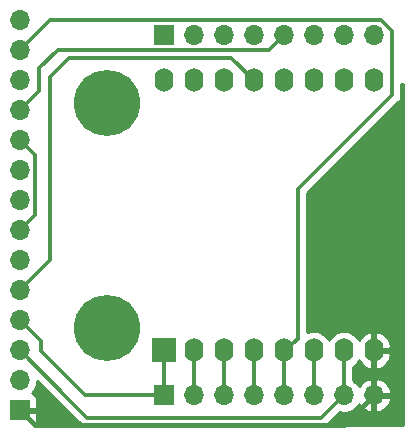
<source format=gtl>
G04 #@! TF.GenerationSoftware,KiCad,Pcbnew,(5.1.10)-1*
G04 #@! TF.CreationDate,2021-09-27T00:24:43+02:00*
G04 #@! TF.ProjectId,ili9341,696c6939-3334-4312-9e6b-696361645f70,rev?*
G04 #@! TF.SameCoordinates,Original*
G04 #@! TF.FileFunction,Copper,L1,Top*
G04 #@! TF.FilePolarity,Positive*
%FSLAX46Y46*%
G04 Gerber Fmt 4.6, Leading zero omitted, Abs format (unit mm)*
G04 Created by KiCad (PCBNEW (5.1.10)-1) date 2021-09-27 00:24:43*
%MOMM*%
%LPD*%
G01*
G04 APERTURE LIST*
G04 #@! TA.AperFunction,ComponentPad*
%ADD10O,1.700000X1.700000*%
G04 #@! TD*
G04 #@! TA.AperFunction,ComponentPad*
%ADD11R,1.700000X1.700000*%
G04 #@! TD*
G04 #@! TA.AperFunction,ComponentPad*
%ADD12C,5.600000*%
G04 #@! TD*
G04 #@! TA.AperFunction,ComponentPad*
%ADD13O,1.600000X2.000000*%
G04 #@! TD*
G04 #@! TA.AperFunction,ComponentPad*
%ADD14R,2.000000X2.000000*%
G04 #@! TD*
G04 #@! TA.AperFunction,Conductor*
%ADD15C,0.300000*%
G04 #@! TD*
G04 #@! TA.AperFunction,Conductor*
%ADD16C,0.400000*%
G04 #@! TD*
G04 #@! TA.AperFunction,Conductor*
%ADD17C,0.254000*%
G04 #@! TD*
G04 #@! TA.AperFunction,Conductor*
%ADD18C,0.100000*%
G04 #@! TD*
G04 APERTURE END LIST*
D10*
X115062000Y-62230000D03*
X112522000Y-62230000D03*
X109982000Y-62230000D03*
X107442000Y-62230000D03*
X104902000Y-62230000D03*
X102362000Y-62230000D03*
X99822000Y-62230000D03*
D11*
X97282000Y-62230000D03*
D10*
X115062000Y-92710000D03*
X112522000Y-92710000D03*
X109982000Y-92710000D03*
X107442000Y-92710000D03*
X104902000Y-92710000D03*
X102362000Y-92710000D03*
X99822000Y-92710000D03*
D11*
X97282000Y-92710000D03*
D12*
X92456000Y-86995000D03*
X92456000Y-67945000D03*
D13*
X97282000Y-66040000D03*
X99822000Y-66040000D03*
X102362000Y-66040000D03*
X104902000Y-66040000D03*
X107442000Y-66040000D03*
X109982000Y-66040000D03*
X112522000Y-66040000D03*
X115062000Y-66040000D03*
X115062000Y-88900000D03*
X112522000Y-88900000D03*
X109982000Y-88900000D03*
X107442000Y-88900000D03*
X104902000Y-88900000D03*
X102362000Y-88900000D03*
D14*
X97282000Y-88900000D03*
D13*
X99822000Y-88900000D03*
D10*
X85090000Y-60960000D03*
X85090000Y-63500000D03*
X85090000Y-66040000D03*
X85090000Y-68580000D03*
X85090000Y-71120000D03*
X85090000Y-73660000D03*
X85090000Y-76200000D03*
X85090000Y-78740000D03*
X85090000Y-81280000D03*
X85090000Y-83820000D03*
X85090000Y-86360000D03*
X85090000Y-88900000D03*
X85090000Y-91440000D03*
D11*
X85090000Y-93980000D03*
D15*
X86995000Y-61595000D02*
X85090000Y-63500000D01*
X108642010Y-75253990D02*
X116586000Y-67310000D01*
X108642010Y-87953990D02*
X108642010Y-75253990D01*
X107442000Y-88900000D02*
X108642010Y-87953990D01*
X87610001Y-60979999D02*
X86995000Y-61595000D01*
X115662001Y-60979999D02*
X87610001Y-60979999D01*
X116586000Y-61903998D02*
X115662001Y-60979999D01*
X116586000Y-67310000D02*
X116586000Y-61903998D01*
X107442000Y-92710000D02*
X107442000Y-88900000D01*
X109982000Y-92710000D02*
X109982000Y-88900000D01*
X86741000Y-66929000D02*
X85090000Y-68580000D01*
X86741000Y-65024000D02*
X86741000Y-66929000D01*
X106191999Y-63480001D02*
X107442000Y-62230000D01*
X88284999Y-63480001D02*
X106191999Y-63480001D01*
X86741000Y-65024000D02*
X88284999Y-63480001D01*
X86340001Y-72370001D02*
X85090000Y-71120000D01*
X86340001Y-77489999D02*
X86340001Y-72370001D01*
X85090000Y-78740000D02*
X86340001Y-77489999D01*
X104902000Y-92710000D02*
X104902000Y-88900000D01*
X104902000Y-66040000D02*
X102997000Y-64135000D01*
X89223298Y-64135000D02*
X87630000Y-65728298D01*
X102997000Y-64135000D02*
X89223298Y-64135000D01*
X87630000Y-81280000D02*
X85090000Y-83820000D01*
X87630000Y-65728298D02*
X87630000Y-81280000D01*
X88969298Y-91059000D02*
X86868000Y-88957702D01*
X86868000Y-88138000D02*
X85090000Y-86360000D01*
X86868000Y-88957702D02*
X86868000Y-88138000D01*
X97282000Y-88900000D02*
X97282000Y-92710000D01*
X90620298Y-92710000D02*
X88969298Y-91059000D01*
X97282000Y-92710000D02*
X90620298Y-92710000D01*
X85090000Y-88900000D02*
X89281000Y-93091000D01*
X112522000Y-92710000D02*
X112522000Y-88900000D01*
X112522000Y-92710000D02*
X110617000Y-94615000D01*
X90805000Y-94615000D02*
X89281000Y-93091000D01*
X110617000Y-94615000D02*
X90805000Y-94615000D01*
D16*
X115062000Y-92710000D02*
X115062000Y-88900000D01*
X112522000Y-95250000D02*
X115062000Y-92710000D01*
X86360000Y-95250000D02*
X112522000Y-95250000D01*
X85090000Y-93980000D02*
X86360000Y-95250000D01*
D15*
X102362000Y-92710000D02*
X102362000Y-88900000D01*
X99822000Y-92710000D02*
X99822000Y-88900000D01*
D17*
X88753187Y-93673345D02*
X88753192Y-93673349D01*
X90222658Y-95142816D01*
X90247236Y-95172764D01*
X90277184Y-95197342D01*
X90277187Y-95197345D01*
X90306559Y-95221450D01*
X90310885Y-95225000D01*
X86437295Y-95225000D01*
X86470537Y-95184494D01*
X86529502Y-95074180D01*
X86565812Y-94954482D01*
X86578072Y-94830000D01*
X86575000Y-94265750D01*
X86416250Y-94107000D01*
X85217000Y-94107000D01*
X85217000Y-94127000D01*
X84963000Y-94127000D01*
X84963000Y-94107000D01*
X84943000Y-94107000D01*
X84943000Y-93853000D01*
X84963000Y-93853000D01*
X84963000Y-93833000D01*
X85217000Y-93833000D01*
X85217000Y-93853000D01*
X86416250Y-93853000D01*
X86575000Y-93694250D01*
X86578072Y-93130000D01*
X86565812Y-93005518D01*
X86529502Y-92885820D01*
X86470537Y-92775506D01*
X86391185Y-92678815D01*
X86294494Y-92599463D01*
X86184180Y-92540498D01*
X86111620Y-92518487D01*
X86243475Y-92386632D01*
X86405990Y-92143411D01*
X86517932Y-91873158D01*
X86575000Y-91586260D01*
X86575000Y-91495157D01*
X88753187Y-93673345D01*
G04 #@! TA.AperFunction,Conductor*
D18*
G36*
X88753187Y-93673345D02*
G01*
X88753192Y-93673349D01*
X90222658Y-95142816D01*
X90247236Y-95172764D01*
X90277184Y-95197342D01*
X90277187Y-95197345D01*
X90306559Y-95221450D01*
X90310885Y-95225000D01*
X86437295Y-95225000D01*
X86470537Y-95184494D01*
X86529502Y-95074180D01*
X86565812Y-94954482D01*
X86578072Y-94830000D01*
X86575000Y-94265750D01*
X86416250Y-94107000D01*
X85217000Y-94107000D01*
X85217000Y-94127000D01*
X84963000Y-94127000D01*
X84963000Y-94107000D01*
X84943000Y-94107000D01*
X84943000Y-93853000D01*
X84963000Y-93853000D01*
X84963000Y-93833000D01*
X85217000Y-93833000D01*
X85217000Y-93853000D01*
X86416250Y-93853000D01*
X86575000Y-93694250D01*
X86578072Y-93130000D01*
X86565812Y-93005518D01*
X86529502Y-92885820D01*
X86470537Y-92775506D01*
X86391185Y-92678815D01*
X86294494Y-92599463D01*
X86184180Y-92540498D01*
X86111620Y-92518487D01*
X86243475Y-92386632D01*
X86405990Y-92143411D01*
X86517932Y-91873158D01*
X86575000Y-91586260D01*
X86575000Y-91495157D01*
X88753187Y-93673345D01*
G37*
G04 #@! TD.AperFunction*
D17*
X117525001Y-95225000D02*
X111111115Y-95225000D01*
X111174764Y-95172764D01*
X111199347Y-95142810D01*
X112185082Y-94157075D01*
X112375740Y-94195000D01*
X112668260Y-94195000D01*
X112955158Y-94137932D01*
X113225411Y-94025990D01*
X113468632Y-93863475D01*
X113675475Y-93656632D01*
X113797195Y-93474466D01*
X113866822Y-93591355D01*
X114061731Y-93807588D01*
X114295080Y-93981641D01*
X114557901Y-94106825D01*
X114705110Y-94151476D01*
X114935000Y-94030155D01*
X114935000Y-92837000D01*
X115189000Y-92837000D01*
X115189000Y-94030155D01*
X115418890Y-94151476D01*
X115566099Y-94106825D01*
X115828920Y-93981641D01*
X116062269Y-93807588D01*
X116257178Y-93591355D01*
X116406157Y-93341252D01*
X116503481Y-93066891D01*
X116382814Y-92837000D01*
X115189000Y-92837000D01*
X114935000Y-92837000D01*
X114915000Y-92837000D01*
X114915000Y-92583000D01*
X114935000Y-92583000D01*
X114935000Y-91389845D01*
X115189000Y-91389845D01*
X115189000Y-92583000D01*
X116382814Y-92583000D01*
X116503481Y-92353109D01*
X116406157Y-92078748D01*
X116257178Y-91828645D01*
X116062269Y-91612412D01*
X115828920Y-91438359D01*
X115566099Y-91313175D01*
X115418890Y-91268524D01*
X115189000Y-91389845D01*
X114935000Y-91389845D01*
X114705110Y-91268524D01*
X114557901Y-91313175D01*
X114295080Y-91438359D01*
X114061731Y-91612412D01*
X113866822Y-91828645D01*
X113797195Y-91945534D01*
X113675475Y-91763368D01*
X113468632Y-91556525D01*
X113307000Y-91448526D01*
X113307000Y-90307538D01*
X113323101Y-90298932D01*
X113541608Y-90119608D01*
X113720932Y-89901101D01*
X113790122Y-89771655D01*
X113797570Y-89789227D01*
X113956327Y-90022662D01*
X114157575Y-90220639D01*
X114393579Y-90375551D01*
X114655270Y-90481444D01*
X114712961Y-90491904D01*
X114935000Y-90369915D01*
X114935000Y-89027000D01*
X115189000Y-89027000D01*
X115189000Y-90369915D01*
X115411039Y-90491904D01*
X115468730Y-90481444D01*
X115730421Y-90375551D01*
X115966425Y-90220639D01*
X116167673Y-90022662D01*
X116326430Y-89789227D01*
X116436596Y-89529306D01*
X116493937Y-89252887D01*
X116341474Y-89027000D01*
X115189000Y-89027000D01*
X114935000Y-89027000D01*
X114915000Y-89027000D01*
X114915000Y-88773000D01*
X114935000Y-88773000D01*
X114935000Y-87430085D01*
X115189000Y-87430085D01*
X115189000Y-88773000D01*
X116341474Y-88773000D01*
X116493937Y-88547113D01*
X116436596Y-88270694D01*
X116326430Y-88010773D01*
X116167673Y-87777338D01*
X115966425Y-87579361D01*
X115730421Y-87424449D01*
X115468730Y-87318556D01*
X115411039Y-87308096D01*
X115189000Y-87430085D01*
X114935000Y-87430085D01*
X114712961Y-87308096D01*
X114655270Y-87318556D01*
X114393579Y-87424449D01*
X114157575Y-87579361D01*
X113956327Y-87777338D01*
X113797570Y-88010773D01*
X113790122Y-88028345D01*
X113720932Y-87898899D01*
X113541607Y-87680392D01*
X113323100Y-87501068D01*
X113073807Y-87367818D01*
X112803308Y-87285764D01*
X112522000Y-87258057D01*
X112240691Y-87285764D01*
X111970192Y-87367818D01*
X111720899Y-87501068D01*
X111502392Y-87680393D01*
X111323068Y-87898900D01*
X111252000Y-88031858D01*
X111180932Y-87898899D01*
X111001607Y-87680392D01*
X110783100Y-87501068D01*
X110533807Y-87367818D01*
X110263308Y-87285764D01*
X109982000Y-87258057D01*
X109700691Y-87285764D01*
X109430192Y-87367818D01*
X109427010Y-87369519D01*
X109427010Y-75579147D01*
X117113817Y-67892341D01*
X117143764Y-67867764D01*
X117241862Y-67748233D01*
X117314754Y-67611860D01*
X117359641Y-67463887D01*
X117371000Y-67348561D01*
X117371000Y-67348554D01*
X117374797Y-67310001D01*
X117371000Y-67271448D01*
X117371000Y-66344102D01*
X117525000Y-66339298D01*
X117525001Y-95225000D01*
G04 #@! TA.AperFunction,Conductor*
D18*
G36*
X117525001Y-95225000D02*
G01*
X111111115Y-95225000D01*
X111174764Y-95172764D01*
X111199347Y-95142810D01*
X112185082Y-94157075D01*
X112375740Y-94195000D01*
X112668260Y-94195000D01*
X112955158Y-94137932D01*
X113225411Y-94025990D01*
X113468632Y-93863475D01*
X113675475Y-93656632D01*
X113797195Y-93474466D01*
X113866822Y-93591355D01*
X114061731Y-93807588D01*
X114295080Y-93981641D01*
X114557901Y-94106825D01*
X114705110Y-94151476D01*
X114935000Y-94030155D01*
X114935000Y-92837000D01*
X115189000Y-92837000D01*
X115189000Y-94030155D01*
X115418890Y-94151476D01*
X115566099Y-94106825D01*
X115828920Y-93981641D01*
X116062269Y-93807588D01*
X116257178Y-93591355D01*
X116406157Y-93341252D01*
X116503481Y-93066891D01*
X116382814Y-92837000D01*
X115189000Y-92837000D01*
X114935000Y-92837000D01*
X114915000Y-92837000D01*
X114915000Y-92583000D01*
X114935000Y-92583000D01*
X114935000Y-91389845D01*
X115189000Y-91389845D01*
X115189000Y-92583000D01*
X116382814Y-92583000D01*
X116503481Y-92353109D01*
X116406157Y-92078748D01*
X116257178Y-91828645D01*
X116062269Y-91612412D01*
X115828920Y-91438359D01*
X115566099Y-91313175D01*
X115418890Y-91268524D01*
X115189000Y-91389845D01*
X114935000Y-91389845D01*
X114705110Y-91268524D01*
X114557901Y-91313175D01*
X114295080Y-91438359D01*
X114061731Y-91612412D01*
X113866822Y-91828645D01*
X113797195Y-91945534D01*
X113675475Y-91763368D01*
X113468632Y-91556525D01*
X113307000Y-91448526D01*
X113307000Y-90307538D01*
X113323101Y-90298932D01*
X113541608Y-90119608D01*
X113720932Y-89901101D01*
X113790122Y-89771655D01*
X113797570Y-89789227D01*
X113956327Y-90022662D01*
X114157575Y-90220639D01*
X114393579Y-90375551D01*
X114655270Y-90481444D01*
X114712961Y-90491904D01*
X114935000Y-90369915D01*
X114935000Y-89027000D01*
X115189000Y-89027000D01*
X115189000Y-90369915D01*
X115411039Y-90491904D01*
X115468730Y-90481444D01*
X115730421Y-90375551D01*
X115966425Y-90220639D01*
X116167673Y-90022662D01*
X116326430Y-89789227D01*
X116436596Y-89529306D01*
X116493937Y-89252887D01*
X116341474Y-89027000D01*
X115189000Y-89027000D01*
X114935000Y-89027000D01*
X114915000Y-89027000D01*
X114915000Y-88773000D01*
X114935000Y-88773000D01*
X114935000Y-87430085D01*
X115189000Y-87430085D01*
X115189000Y-88773000D01*
X116341474Y-88773000D01*
X116493937Y-88547113D01*
X116436596Y-88270694D01*
X116326430Y-88010773D01*
X116167673Y-87777338D01*
X115966425Y-87579361D01*
X115730421Y-87424449D01*
X115468730Y-87318556D01*
X115411039Y-87308096D01*
X115189000Y-87430085D01*
X114935000Y-87430085D01*
X114712961Y-87308096D01*
X114655270Y-87318556D01*
X114393579Y-87424449D01*
X114157575Y-87579361D01*
X113956327Y-87777338D01*
X113797570Y-88010773D01*
X113790122Y-88028345D01*
X113720932Y-87898899D01*
X113541607Y-87680392D01*
X113323100Y-87501068D01*
X113073807Y-87367818D01*
X112803308Y-87285764D01*
X112522000Y-87258057D01*
X112240691Y-87285764D01*
X111970192Y-87367818D01*
X111720899Y-87501068D01*
X111502392Y-87680393D01*
X111323068Y-87898900D01*
X111252000Y-88031858D01*
X111180932Y-87898899D01*
X111001607Y-87680392D01*
X110783100Y-87501068D01*
X110533807Y-87367818D01*
X110263308Y-87285764D01*
X109982000Y-87258057D01*
X109700691Y-87285764D01*
X109430192Y-87367818D01*
X109427010Y-87369519D01*
X109427010Y-75579147D01*
X117113817Y-67892341D01*
X117143764Y-67867764D01*
X117241862Y-67748233D01*
X117314754Y-67611860D01*
X117359641Y-67463887D01*
X117371000Y-67348561D01*
X117371000Y-67348554D01*
X117374797Y-67310001D01*
X117371000Y-67271448D01*
X117371000Y-66344102D01*
X117525000Y-66339298D01*
X117525001Y-95225000D01*
G37*
G04 #@! TD.AperFunction*
M02*

</source>
